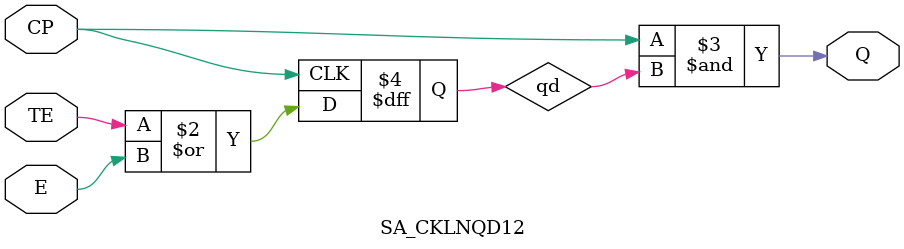
<source format=v>
module SA_CKLNQD12 (
  TE
 ,E
 ,CP
 ,Q
 );
input TE ;
input E ;
input CP ;
output Q ;
reg qd;
always @(negedge CP)
    qd <= TE | E;
assign Q = CP & qd;
endmodule

</source>
